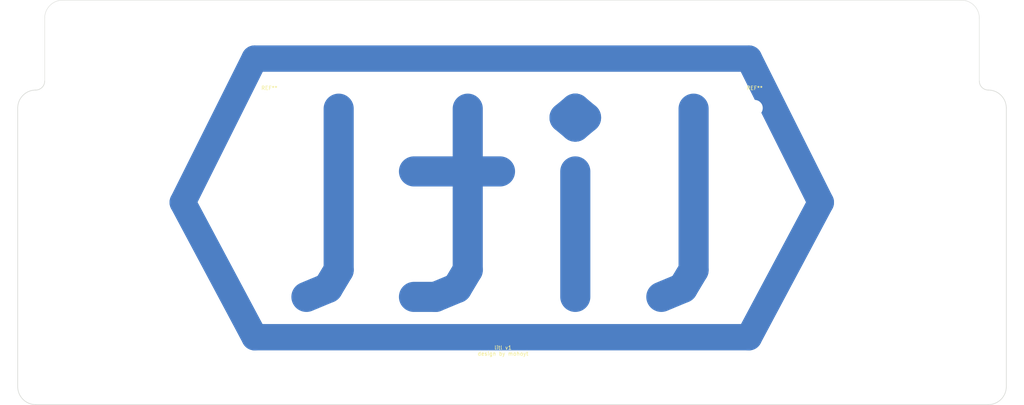
<source format=kicad_pcb>
(kicad_pcb (version 20211014) (generator pcbnew)
  (layers (0 "F.Cu" signal) (31 "B.Cu" signal) (34 "B.Paste" user) (35 "F.Paste" user) (36 "B.SilkS" user "B.Silkscreen") (37 "F.SilkS" user "F.Silkscreen") (38 "B.Mask" user) (39 "F.Mask" user) (44 "Edge.Cuts" user))
  (net 0 "")
  (footprint "MountingHole:MountingHole_2.2mm_M2" (layer "F.Cu") (at 23.875 45.3625)
    (fp_text reference "REF**" hide)
    (fp_text value "MountingHole_2.2mm_M2")
    (pad "" np_thru_hole circle locked (at 0 0) (size 2.2 2.2) (drill 2.2) (layers *.Cu *.Mask))
  )
  (footprint "MountingHole:MountingHole_2.2mm_M2" (layer "F.Cu") (at 107.8541 119.375)
    (fp_text reference "REF**" hide)
    (fp_text value "MountingHole_2.2mm_M2")
    (pad "" np_thru_hole circle locked (at 0 0) (size 2.2 2.2) (drill 2.2) (layers *.Cu *.Mask))
  )
  (footprint "MountingHole:MountingHole_2.2mm_M2" (layer "F.Cu") (at 189.7208 119.375)
    (fp_text reference "REF**" hide)
    (fp_text value "MountingHole_2.2mm_M2")
    (pad "" np_thru_hole circle locked (at 0 0) (size 2.2 2.2) (drill 2.2) (layers *.Cu *.Mask))
  )
  (footprint "MountingHole:MountingHole_4.3mm_M4" (layer "F.Cu") (at 85.95 45.3625)
    (fp_text reference "REF**" (at 0 -5.3) (layer "F.SilkS"))
    (fp_text value "MountingHole_4.3mm_M4")
    (pad "" np_thru_hole circle locked (at 0 0) (size 4.3 4.3) (drill 4.3) (layers *.Cu *.Mask))
  )
  (footprint "MountingHole:MountingHole_2.2mm_M2" (layer "F.Cu") (at 276.95 45.3625)
    (fp_text reference "REF**" hide)
    (fp_text value "MountingHole_2.2mm_M2")
    (pad "" np_thru_hole circle locked (at 0 0) (size 2.2 2.2) (drill 2.2) (layers *.Cu *.Mask))
  )
  (footprint "MountingHole:MountingHole_2.2mm_M2" (layer "F.Cu") (at 23.875 119.375)
    (fp_text reference "REF**" hide)
    (fp_text value "MountingHole_2.2mm_M2")
    (pad "" np_thru_hole circle locked (at 0 0) (size 2.2 2.2) (drill 2.2) (layers *.Cu *.Mask))
  )
  (footprint "MountingHole:MountingHole_4.3mm_M4" (layer "F.Cu") (at 214.875 45.3625)
    (fp_text reference "REF**" (at 0 -5.3) (layer "F.SilkS"))
    (fp_text value "MountingHole_4.3mm_M4")
    (pad "" np_thru_hole circle locked (at 0 0) (size 4.3 4.3) (drill 4.3) (layers *.Cu *.Mask))
  )
  (footprint "MountingHole:MountingHole_2.2mm_M2" (layer "F.Cu") (at 276.95 119.375)
    (fp_text reference "REF**" hide)
    (fp_text value "MountingHole_2.2mm_M2")
    (pad "" np_thru_hole circle locked (at 0 0) (size 2.2 2.2) (drill 2.2) (layers *.Cu *.Mask))
  )
  (gr_line (start 82.0375 32.23125) (end 213.35 32.23125) (layer "B.Cu") (width 7))
  (gr_line (start 213.35 106.24375) (end 82.0375 106.24375) (layer "B.Cu") (width 7))
  (gr_line (start 213.35 32.23125) (end 232.45 70.43125) (layer "B.Cu") (width 7))
  (gr_line (start 232.45 70.43125) (end 213.35 106.24375) (layer "B.Cu") (width 7))
  (gr_line (start 62.9375 70.43125) (end 82.0375 32.23125) (layer "B.Cu") (width 7))
  (gr_line (start 82.0375 106.24375) (end 62.9375 70.43125) (layer "B.Cu") (width 7))
  (gr_line (start 23.875 124.15) (end 276.95 124.15) (layer "Edge.Cuts") (width 0.15))
  (gr_arc (start 269.7875 16.7125) (mid 273.163935 18.111065) (end 274.5625 21.4875) (layer "Edge.Cuts") (width 0.1))
  (gr_arc (start 23.875 124.15) (mid 20.498565 122.751435) (end 19.1 119.375) (layer "Edge.Cuts") (width 0.15))
  (gr_line (start 19.1 119.375) (end 19.1 45.3625) (layer "Edge.Cuts") (width 0.15))
  (gr_line (start 274.5625 21.4875) (end 274.5625 38.2) (layer "Edge.Cuts") (width 0.1))
  (gr_arc (start 276.95 40.5875) (mid 280.326435 41.986065) (end 281.725 45.3625) (layer "Edge.Cuts") (width 0.15))
  (gr_arc (start 19.1 45.3625) (mid 20.498565 41.986065) (end 23.875 40.5875) (layer "Edge.Cuts") (width 0.15))
  (gr_arc (start 26.2625 38.2) (mid 25.563217 39.888217) (end 23.875 40.5875) (layer "Edge.Cuts") (width 0.15))
  (gr_line (start 281.725 119.375) (end 281.725 45.3625) (layer "Edge.Cuts") (width 0.15))
  (gr_line (start 26.2625 23.875) (end 26.2625 21.4875) (layer "Edge.Cuts") (width 0.1))
  (gr_arc (start 26.2625 21.4875) (mid 27.661065 18.111065) (end 31.0375 16.7125) (layer "Edge.Cuts") (width 0.1))
  (gr_arc (start 276.95 40.5875) (mid 275.261783 39.888217) (end 274.5625 38.2) (layer "Edge.Cuts") (width 0.15))
  (gr_line (start 269.7875 16.7125) (end 31.0375 16.7125) (layer "Edge.Cuts") (width 0.1))
  (gr_line (start 26.2625 23.875) (end 26.2625 38.2) (layer "Edge.Cuts") (width 0.1))
  (gr_arc (start 281.725 119.375) (mid 280.326435 122.751435) (end 276.95 124.15) (layer "Edge.Cuts") (width 0.15))
  (gr_text "litl" (at 150.08125 72.81875) (layer "B.Cu") (effects (font (size 50 60) (thickness 8)) (justify mirror)))
  (gr_text "litl v1\ndesign by mohoyt" (at 148.025 109.825) (layer "F.SilkS") (effects (font (size 1 1))))
)
</source>
